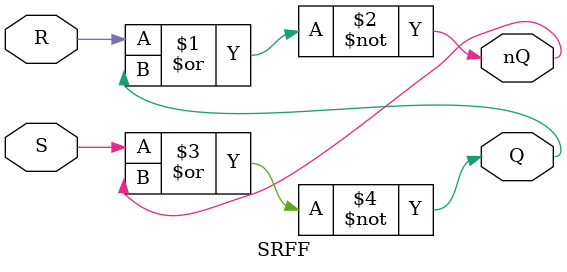
<source format=v>
module SRFF(
    S, R, Q, nQ
);

input S, R;
output Q, nQ;

//always@(posedge clk) begin
    nor (nQ, R, Q);
    nor (Q, S, nQ);
//end
endmodule
</source>
